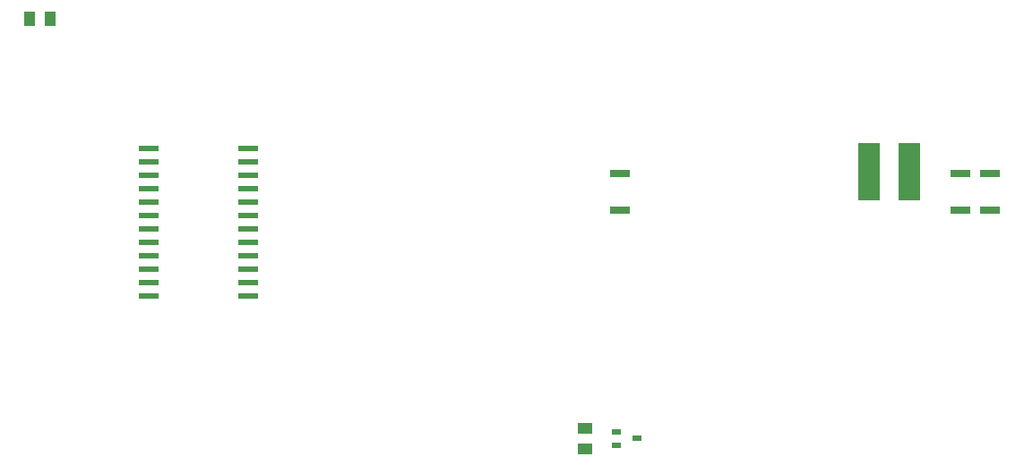
<source format=gtp>
G04*
G04 #@! TF.GenerationSoftware,Altium Limited,Altium Designer,21.7.2 (23)*
G04*
G04 Layer_Color=8421504*
%FSLAX25Y25*%
%MOIN*%
G70*
G04*
G04 #@! TF.SameCoordinates,A3CC0EF7-59E5-4A17-9AAF-691C48D25572*
G04*
G04*
G04 #@! TF.FilePolarity,Positive*
G04*
G01*
G75*
%ADD14R,0.07677X0.02165*%
%ADD15R,0.07505X0.02977*%
%ADD16R,0.08465X0.21654*%
%ADD17R,0.03937X0.05709*%
%ADD18R,0.03347X0.01968*%
%ADD19R,0.05709X0.03937*%
D14*
X74496Y70000D02*
D03*
Y75000D02*
D03*
Y80000D02*
D03*
Y85000D02*
D03*
Y90000D02*
D03*
Y95000D02*
D03*
Y100000D02*
D03*
Y105000D02*
D03*
Y110000D02*
D03*
Y115000D02*
D03*
Y120000D02*
D03*
Y125000D02*
D03*
X111504D02*
D03*
Y120000D02*
D03*
Y115000D02*
D03*
Y110000D02*
D03*
Y105000D02*
D03*
Y100000D02*
D03*
Y95000D02*
D03*
Y90000D02*
D03*
Y85000D02*
D03*
Y80000D02*
D03*
Y75000D02*
D03*
Y70000D02*
D03*
D15*
X387500Y102209D02*
D03*
Y115791D02*
D03*
X376500Y102209D02*
D03*
Y115791D02*
D03*
X250000Y102209D02*
D03*
Y115791D02*
D03*
D16*
X357579Y116500D02*
D03*
X342421D02*
D03*
D17*
X30260Y173500D02*
D03*
X37740D02*
D03*
D18*
X256339Y17000D02*
D03*
X248661Y14441D02*
D03*
Y19559D02*
D03*
D19*
X237000Y20740D02*
D03*
Y13260D02*
D03*
M02*

</source>
